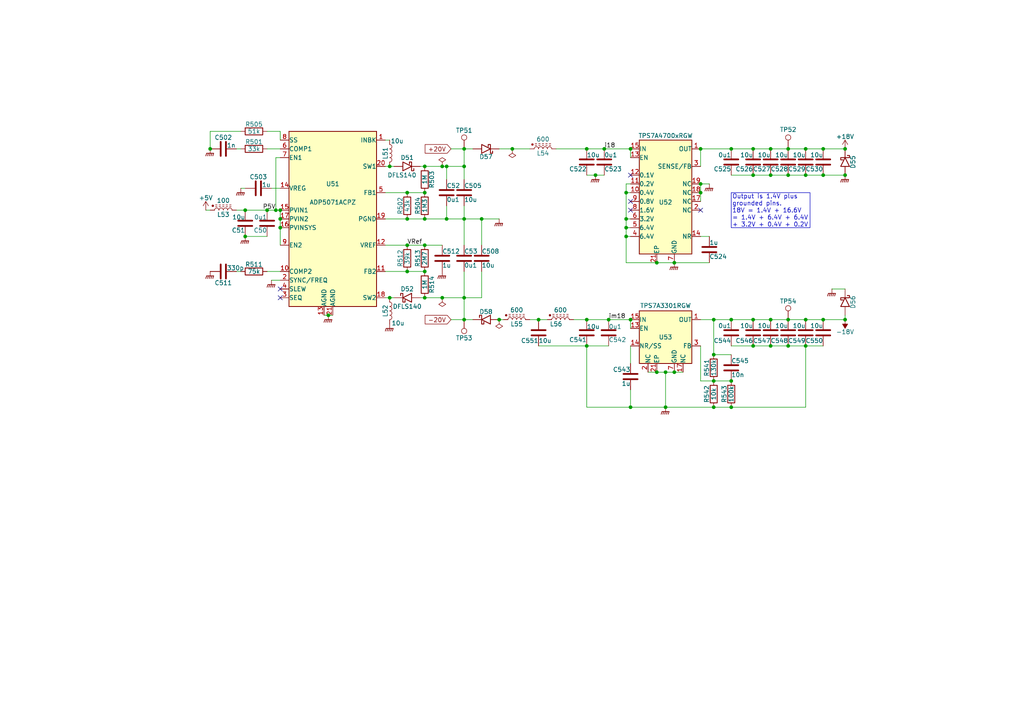
<source format=kicad_sch>
(kicad_sch (version 20250114) (generator "eeschema") (generator_version "9.0")
  (paper "A4")
  (lib_symbols
    (symbol "Connector:TestPoint" (pin_numbers (hide yes)) (pin_names (offset 0.762) (hide yes))
      (property "Reference" "TP" (at 0 6.858 0))
      (property "Value" "TestPoint" (at 0 5.08 0))
      (symbol "TestPoint_0_1"
        (circle (center 0 3.302) (radius 0.762))
      )
      (symbol "TestPoint_1_1"
        (pin passive line (at 0 0 90) (length 2.54) (name "1") (number "1"))
      )
    )
    (symbol "Device:C" (pin_numbers (hide yes)) (pin_names (offset 0.254))
      (property "Reference" "C" (at 0.635 2.54 0))
      (property "Value" "C" (at 0.635 -2.54 0))
      (symbol "C_0_1"
        (polyline (pts (xy -2.032 0.762) (xy 2.032 0.762)) (stroke (width 0.508)))
        (polyline (pts (xy -2.032 -0.762) (xy 2.032 -0.762)) (stroke (width 0.508)))
      )
      (symbol "C_1_1"
        (pin passive line (at 0 3.81 270) (length 2.794) (name "~") (number "1"))
        (pin passive line (at 0 -3.81 90) (length 2.794) (name "~") (number "2"))
      )
    )
    (symbol "Device:L" (pin_numbers (hide yes)) (pin_names (offset 1.016) (hide yes))
      (property "Reference" "L" (at -1.27 0 90))
      (property "Value" "L" (at 1.905 0 90))
      (symbol "L_0_1"
        (arc (start 0 2.54) (mid 0.6323 1.905) (end 0 1.27))
        (arc (start 0 1.27) (mid 0.6323 0.635) (end 0 0))
        (arc (start 0 0) (mid 0.6323 -0.635) (end 0 -1.27))
        (arc (start 0 -1.27) (mid 0.6323 -1.905) (end 0 -2.54))
      )
      (symbol "L_1_1"
        (pin passive line (at 0 3.81 270) (length 1.27) (name "1") (number "1"))
        (pin passive line (at 0 -3.81 90) (length 1.27) (name "2") (number "2"))
      )
    )
    (symbol "Device:R" (pin_numbers (hide yes)) (pin_names (offset 0))
      (property "Reference" "R" (at 2.032 0 90))
      (property "Value" "R" (at 0 0 90))
      (symbol "R_0_1"
        (rectangle (start -1.016 -2.54) (end 1.016 2.54) (stroke (width 0.254)))
      )
      (symbol "R_1_1"
        (pin passive line (at 0 3.81 270) (length 1.27) (name "~") (number "1"))
        (pin passive line (at 0 -3.81 90) (length 1.27) (name "~") (number "2"))
      )
    )
    (symbol "Parts:+18V" (power) (pin_numbers (hide yes)) (pin_names (offset 0) (hide yes))
      (property "Value" "+18V" (at 0 3.556 0))
      (symbol "+18V_0_1"
        (polyline (pts (xy -0.762 1.27) (xy 0 2.54)))
        (polyline (pts (xy 0 2.54) (xy 0.762 1.27)))
        (polyline (pts (xy 0 0) (xy 0 2.54)))
      )
      (symbol "+18V_1_1"
        (pin power_in line (at 0 0 90) (length 0) (name "~") (number "1"))
      )
    )
    (symbol "Parts:-18V" (power) (pin_numbers (hide yes)) (pin_names (offset 0) (hide yes))
      (property "Value" "-18V" (at 0 -3.556 0))
      (symbol "-18V_0_0"
        (pin power_in line (at 0 0 270) (length 0) (name "~") (number "1"))
      )
      (symbol "-18V_0_1"
        (polyline (pts (xy 0 0) (xy 0 -1.27) (xy -0.762 -1.27) (xy 0 -2.54) (xy 0.762 -1.27) (xy 0 -1.27)) (fill (type outline)))
      )
    )
    (symbol "Parts:1N5819WS" (pin_numbers (hide yes)) (pin_names (offset 1.016) (hide yes))
      (property "Reference" "D" (at 0 2.54 0))
      (property "Value" "1N5819WS" (at 0 -2.54 0))
      (symbol "1N5819WS_0_1"
        (polyline (pts (xy -1.905 0.635) (xy -1.905 1.27) (xy -1.27 1.27) (xy -1.27 -1.27) (xy -0.635 -1.27) (xy -0.635 -0.635)) (stroke (width 0.254)))
        (polyline (pts (xy 1.27 1.27) (xy 1.27 -1.27) (xy -1.27 0) (xy 1.27 1.27)) (stroke (width 0.254)))
      )
      (symbol "1N5819WS_1_1"
        (pin passive line (at -3.81 0 0) (length 2.54) (name "K") (number "1"))
        (pin passive line (at 3.81 0 180) (length 2.54) (name "A") (number "2"))
      )
    )
    (symbol "Parts:ADP5071ACPZ" (pin_names (offset 0.002))
      (property "Reference" "U" (at 0.254 11.176 0))
      (property "Value" "ADP5071ACPZ" (at 0 4.826 0))
      (symbol "ADP5071ACPZ_0_1"
        (rectangle (start -12.7 25.4) (end 12.7 -25.4) (stroke (width 0.254)) (fill (type background)))
      )
      (symbol "ADP5071ACPZ_1_1"
        (pin passive line (at -15.24 22.86 0) (length 2.54) (name "SS") (number "8"))
        (pin passive line (at -15.24 20.32 0) (length 2.54) (name "COMP1") (number "6"))
        (pin input line (at -15.24 17.78 0) (length 2.54) (name "EN1") (number "7"))
        (pin output line (at -15.24 8.89 0) (length 2.54) (name "VREG") (number "14"))
        (pin power_in line (at -15.24 2.54 0) (length 2.54) (name "PVIN1") (number "15"))
        (pin power_in line (at -15.24 0 0) (length 2.54) (name "PVIN2") (number "17"))
        (pin power_in line (at -15.24 -2.54 0) (length 2.54) (name "PVINSYS") (number "16"))
        (pin input line (at -15.24 -7.62 0) (length 2.54) (name "EN2") (number "9"))
        (pin passive line (at -15.24 -15.24 0) (length 2.54) (name "COMP2") (number "10"))
        (pin input line (at -15.24 -17.78 0) (length 2.54) (name "SYNC/FREQ") (number "2"))
        (pin input line (at -15.24 -20.32 0) (length 2.54) (name "SLEW") (number "4"))
        (pin input line (at -15.24 -22.86 0) (length 2.54) (name "SEQ") (number "3"))
        (pin power_in line (at -2.54 -27.94 90) (length 2.54) (name "AGND") (number "13"))
        (pin power_in line (at 0 -27.94 90) (length 2.54) (name "AGND") (number "21"))
        (pin power_out line (at 15.24 22.86 180) (length 2.54) (name "INBK") (number "1"))
        (pin power_out line (at 15.24 15.24 180) (length 2.54) (name "SW1") (number "20"))
        (pin input line (at 15.24 7.62 180) (length 2.54) (name "FB1") (number "5"))
        (pin power_in line (at 15.24 0 180) (length 2.54) (name "PGND") (number "19"))
        (pin output line (at 15.24 -7.62 180) (length 2.54) (name "VREF") (number "12"))
        (pin input line (at 15.24 -15.24 180) (length 2.54) (name "FB2") (number "11"))
        (pin power_out line (at 15.24 -22.86 180) (length 2.54) (name "SW2") (number "18"))
      )
    )
    (symbol "Parts:DFLS140" (pin_numbers (hide yes)) (pin_names (offset 1.016) (hide yes))
      (property "Reference" "D" (at 0 2.54 0))
      (property "Value" "DFLS140" (at 0 -2.54 0))
      (symbol "DFLS140_0_1"
        (polyline (pts (xy -1.905 0.635) (xy -1.905 1.27) (xy -1.27 1.27) (xy -1.27 -1.27) (xy -0.635 -1.27) (xy -0.635 -0.635)) (stroke (width 0.254)))
        (polyline (pts (xy 1.27 1.27) (xy 1.27 -1.27) (xy -1.27 0) (xy 1.27 1.27)) (stroke (width 0.254)))
      )
      (symbol "DFLS140_1_1"
        (pin passive line (at -3.81 0 0) (length 2.54) (name "K") (number "1"))
        (pin passive line (at 3.81 0 180) (length 2.54) (name "A") (number "2"))
      )
    )
    (symbol "Parts:L_Ferrite_Power" (pin_numbers (hide yes)) (pin_names (offset 1.016) (hide yes))
      (property "Reference" "L" (at -1.27 0 90))
      (property "Value" "L_Ferrite_Power" (at 2.794 0 90))
      (symbol "L_Ferrite_Power_0_1"
        (arc (start 0 2.54) (mid 0.6323 1.905) (end 0 1.27))
        (arc (start 0 1.27) (mid 0.6323 0.635) (end 0 0))
        (arc (start 0 0) (mid 0.6323 -0.635) (end 0 -1.27))
        (arc (start 0 -1.27) (mid 0.6323 -1.905) (end 0 -2.54))
        (polyline (pts (xy 1.016 1.778) (xy 1.016 2.286)))
        (polyline (pts (xy 1.016 0.762) (xy 1.016 1.27)))
        (polyline (pts (xy 1.016 -0.254) (xy 1.016 0.254)))
        (polyline (pts (xy 1.016 -1.27) (xy 1.016 -0.762)))
        (polyline (pts (xy 1.016 -2.286) (xy 1.016 -1.778)))
        (circle (center 1.27 3.048) (radius 0.254) (fill (type outline)))
        (polyline (pts (xy 1.524 2.286) (xy 1.524 1.778)))
        (polyline (pts (xy 1.524 1.27) (xy 1.524 0.762)))
        (polyline (pts (xy 1.524 0.254) (xy 1.524 -0.254)))
        (polyline (pts (xy 1.524 -0.762) (xy 1.524 -1.27)))
        (polyline (pts (xy 1.524 -1.778) (xy 1.524 -2.286)))
      )
      (symbol "L_Ferrite_Power_1_1"
        (pin power_in line (at 0 3.81 270) (length 1.27) (name "1") (number "1"))
        (pin power_out line (at 0 -3.81 90) (length 1.27) (name "2") (number "2"))
      )
    )
    (symbol "Parts:TPS7A3301RGW" (pin_names (offset 0.002))
      (property "Reference" "U" (at -6.35 8.89 0))
      (property "Value" "TPS7A3301RGW" (at 3.81 8.89 0))
      (symbol "TPS7A3301RGW_0_1"
        (rectangle (start -7.62 7.62) (end 7.62 -7.62) (stroke (width 0.254)) (fill (type background)))
      )
      (symbol "TPS7A3301RGW_1_1"
        (pin power_in line (at -10.16 5.08 0) (length 2.54) (name "IN") (number "15"))
        (pin passive line (at -10.16 5.08 0) (length 2.54) (hide yes) (name "IN") (number "16"))
        (pin input line (at -10.16 2.54 0) (length 2.54) (name "EN") (number "13"))
        (pin passive line (at -10.16 -2.54 0) (length 2.54) (name "NR/SS") (number "14"))
        (pin passive line (at -5.08 -10.16 90) (length 2.54) (hide yes) (name "NC") (number "10"))
        (pin passive line (at -5.08 -10.16 90) (length 2.54) (hide yes) (name "NC") (number "11"))
        (pin passive line (at -5.08 -10.16 90) (length 2.54) (hide yes) (name "NC") (number "12"))
        (pin passive line (at -5.08 -10.16 90) (length 2.54) (name "NC") (number "2"))
        (pin passive line (at -5.08 -10.16 90) (length 2.54) (hide yes) (name "NC") (number "4"))
        (pin passive line (at -5.08 -10.16 90) (length 2.54) (hide yes) (name "NC") (number "5"))
        (pin passive line (at -5.08 -10.16 90) (length 2.54) (hide yes) (name "NC") (number "6"))
        (pin passive line (at -5.08 -10.16 90) (length 2.54) (hide yes) (name "NC") (number "8"))
        (pin passive line (at -5.08 -10.16 90) (length 2.54) (hide yes) (name "NC") (number "9"))
        (pin power_in line (at -2.54 -10.16 90) (length 2.54) (name "EP") (number "21"))
        (pin power_in line (at 2.54 -10.16 90) (length 2.54) (name "GND") (number "7"))
        (pin passive line (at 5.08 -10.16 90) (length 2.54) (name "NC") (number "17"))
        (pin passive line (at 5.08 -10.16 90) (length 2.54) (hide yes) (name "NC") (number "18"))
        (pin passive line (at 5.08 -10.16 90) (length 2.54) (hide yes) (name "NC") (number "19"))
        (pin power_out line (at 10.16 5.08 180) (length 2.54) (name "OUT") (number "1"))
        (pin passive line (at 10.16 5.08 180) (length 2.54) (hide yes) (name "OUT") (number "20"))
        (pin input line (at 10.16 -2.54 180) (length 2.54) (name "FB") (number "3"))
      )
    )
    (symbol "Parts:TPS7A4700xRGW" (pin_names (offset 0.002))
      (property "Reference" "U" (at -6.35 19.05 0))
      (property "Value" "TPS7A4700xRGW" (at 3.81 19.05 0))
      (symbol "TPS7A4700xRGW_0_1"
        (rectangle (start -7.62 17.78) (end 7.62 -15.24) (stroke (width 0.254)) (fill (type background)))
      )
      (symbol "TPS7A4700xRGW_1_1"
        (pin power_in line (at -10.16 15.24 0) (length 2.54) (name "IN") (number "15"))
        (pin passive line (at -10.16 15.24 0) (length 2.54) (hide yes) (name "IN") (number "16"))
        (pin input line (at -10.16 12.7 0) (length 2.54) (name "EN") (number "13"))
        (pin input line (at -10.16 7.62 0) (length 2.54) (name "0.1V") (number "12"))
        (pin input line (at -10.16 5.08 0) (length 2.54) (name "0.2V") (number "11"))
        (pin input line (at -10.16 2.54 0) (length 2.54) (name "0.4V") (number "10"))
        (pin input line (at -10.16 0 0) (length 2.54) (name "0.8V") (number "9"))
        (pin input line (at -10.16 -2.54 0) (length 2.54) (name "1.6V") (number "8"))
        (pin input line (at -10.16 -5.08 0) (length 2.54) (name "3.2V") (number "6"))
        (pin input line (at -10.16 -7.62 0) (length 2.54) (name "6.4V") (number "5"))
        (pin input line (at -10.16 -10.16 0) (length 2.54) (name "6.4V") (number "4"))
        (pin passive line (at -2.54 -17.78 90) (length 2.54) (name "EP") (number "21"))
        (pin power_in line (at 2.54 -17.78 90) (length 2.54) (name "GND") (number "7"))
        (pin power_out line (at 10.16 15.24 180) (length 2.54) (name "OUT") (number "1"))
        (pin power_out line (at 10.16 15.24 180) (length 2.54) (hide yes) (name "OUT") (number "20"))
        (pin input line (at 10.16 10.16 180) (length 2.54) (name "SENSE/FB") (number "3"))
        (pin passive line (at 10.16 5.08 180) (length 2.54) (name "NC") (number "19"))
        (pin passive line (at 10.16 2.54 180) (length 2.54) (name "NC") (number "18"))
        (pin passive line (at 10.16 0 180) (length 2.54) (name "NC") (number "17"))
        (pin passive line (at 10.16 -2.54 180) (length 2.54) (name "NC") (number "2"))
        (pin passive line (at 10.16 -10.16 180) (length 2.54) (name "NR") (number "14"))
      )
    )
    (symbol "power:+5V" (power) (pin_numbers (hide yes)) (pin_names (offset 0) (hide yes))
      (property "Value" "+5V" (at 0 3.556 0))
      (symbol "+5V_0_1"
        (polyline (pts (xy -0.762 1.27) (xy 0 2.54)))
        (polyline (pts (xy 0 2.54) (xy 0.762 1.27)))
        (polyline (pts (xy 0 0) (xy 0 2.54)))
      )
      (symbol "+5V_1_1"
        (pin power_in line (at 0 0 90) (length 0) (name "~") (number "1"))
      )
    )
    (symbol "power:GNDPWR" (power) (pin_numbers (hide yes)) (pin_names (offset 0) (hide yes))
      (property "Value" "GNDPWR" (at 0 -3.302 0))
      (symbol "GNDPWR_0_1"
        (polyline (pts (xy -1.016 -1.27) (xy -1.27 -2.032) (xy -1.27 -2.032)) (stroke (width 0.2032)))
        (polyline (pts (xy -0.508 -1.27) (xy -0.762 -2.032) (xy -0.762 -2.032)) (stroke (width 0.2032)))
        (polyline (pts (xy 0 -1.27) (xy 0 0)))
        (polyline (pts (xy 0 -1.27) (xy -0.254 -2.032) (xy -0.254 -2.032)) (stroke (width 0.2032)))
        (polyline (pts (xy 0.508 -1.27) (xy 0.254 -2.032) (xy 0.254 -2.032)) (stroke (width 0.2032)))
        (polyline (pts (xy 1.016 -1.27) (xy -1.016 -1.27) (xy -1.016 -1.27)) (stroke (width 0.2032)))
        (polyline (pts (xy 1.016 -1.27) (xy 0.762 -2.032) (xy 0.762 -2.032) (xy 0.762 -2.032)) (stroke (width 0.2032)))
      )
      (symbol "GNDPWR_1_1"
        (pin power_in line (at 0 0 270) (length 0) (name "~") (number "1"))
      )
    )
    (symbol "power:PWR_FLAG" (power) (pin_numbers (hide yes)) (pin_names (offset 0) (hide yes))
      (property "Value" "PWR_FLAG" (at 0 3.81 0))
      (symbol "PWR_FLAG_0_0"
        (pin power_out line (at 0 0 90) (length 0) (name "~") (number "1"))
      )
      (symbol "PWR_FLAG_0_1"
        (polyline (pts (xy 0 0) (xy 0 1.27) (xy -1.016 1.905) (xy 0 2.54) (xy 1.016 1.905) (xy 0 1.27)))
      )
    )
  )
  (text_box "Output is 1.4V plus grounded pins.\n18V = 1.4V + 16.6V = 1.4V + 6.4V + 6.4V + 3.2V + 0.4V + 0.2V" (at 212.09 55.88 0) (size 22.86 10.16) (margins 0.254 0.254 0.254 0.254) (effects (font (size 1.27 1.27)) (justify left)))
  (junction (at 60.96 43.18))
  (junction (at 181.61 55.88))
  (junction (at 118.11 55.88))
  (junction (at 81.28 66.04))
  (junction (at 134.62 86.36))
  (junction (at 77.47 60.96))
  (junction (at 156.21 92.71))
  (junction (at 218.44 92.71))
  (junction (at 123.19 48.26))
  (junction (at 118.11 63.5))
  (junction (at 228.6 50.8))
  (junction (at 233.68 50.8))
  (junction (at 182.88 118.11))
  (junction (at 212.09 110.49))
  (junction (at 212.09 92.71))
  (junction (at 218.44 100.33))
  (junction (at 203.2 43.18))
  (junction (at 193.04 107.95))
  (junction (at 123.19 71.12))
  (junction (at 170.18 100.33))
  (junction (at 134.62 43.18))
  (junction (at 218.44 43.18))
  (junction (at 81.28 63.5))
  (junction (at 81.28 60.96))
  (junction (at 223.52 100.33))
  (junction (at 134.62 92.71))
  (junction (at 181.61 63.5))
  (junction (at 223.52 92.71))
  (junction (at 144.78 92.71))
  (junction (at 245.11 50.8))
  (junction (at 207.01 102.87))
  (junction (at 123.19 55.88))
  (junction (at 118.11 71.12))
  (junction (at 139.7 63.5))
  (junction (at 123.19 86.36))
  (junction (at 190.5 76.2))
  (junction (at 233.68 43.18))
  (junction (at 181.61 66.04))
  (junction (at 182.88 43.18))
  (junction (at 223.52 50.8))
  (junction (at 233.68 100.33))
  (junction (at 118.11 78.74))
  (junction (at 203.2 55.88))
  (junction (at 80.01 60.96))
  (junction (at 193.04 118.11))
  (junction (at 233.68 92.71))
  (junction (at 134.62 63.5))
  (junction (at 207.01 118.11))
  (junction (at 238.76 43.18))
  (junction (at 175.26 43.18))
  (junction (at 71.12 60.96))
  (junction (at 113.03 86.36))
  (junction (at 113.03 48.26))
  (junction (at 129.54 63.5))
  (junction (at 181.61 68.58))
  (junction (at 218.44 50.8))
  (junction (at 212.09 43.18))
  (junction (at 245.11 92.71))
  (junction (at 128.27 86.36))
  (junction (at 71.12 68.58))
  (junction (at 207.01 92.71))
  (junction (at 148.59 43.18))
  (junction (at 238.76 92.71))
  (junction (at 134.62 48.26))
  (junction (at 228.6 92.71))
  (junction (at 195.58 107.95))
  (junction (at 238.76 50.8))
  (junction (at 207.01 110.49))
  (junction (at 203.2 53.34))
  (junction (at 228.6 43.18))
  (junction (at 223.52 43.18))
  (junction (at 123.19 63.5))
  (junction (at 170.18 92.71))
  (junction (at 182.88 92.71))
  (junction (at 172.72 50.8))
  (junction (at 129.54 48.26))
  (junction (at 128.27 48.26))
  (junction (at 190.5 107.95))
  (junction (at 228.6 100.33))
  (junction (at 176.53 92.71))
  (junction (at 212.09 118.11))
  (junction (at 195.58 76.2))
  (junction (at 123.19 78.74))
  (junction (at 95.25 91.44))
  (junction (at 245.11 43.18))
  (junction (at 170.18 43.18))
  (no_connect (at 182.88 50.8))
  (no_connect (at 203.2 60.96))
  (no_connect (at 81.28 86.36))
  (no_connect (at 81.28 83.82))
  (no_connect (at 182.88 60.96))
  (no_connect (at 182.88 58.42))
  (wire (pts (xy 228.6 50.8) (xy 223.52 50.8)))
  (wire (pts (xy 139.7 78.74) (xy 139.7 86.36)))
  (wire (pts (xy 238.76 43.18) (xy 245.11 43.18)))
  (wire (pts (xy 134.62 63.5) (xy 134.62 71.12)))
  (wire (pts (xy 207.01 118.11) (xy 212.09 118.11)))
  (wire (pts (xy 238.76 92.71) (xy 245.11 92.71)))
  (wire (pts (xy 233.68 100.33) (xy 238.76 100.33)))
  (wire (pts (xy 59.69 60.96) (xy 60.96 60.96)))
  (wire (pts (xy 207.01 92.71) (xy 212.09 92.71)))
  (wire (pts (xy 181.61 55.88) (xy 181.61 63.5)))
  (wire (pts (xy 233.68 43.18) (xy 228.6 43.18)))
  (wire (pts (xy 129.54 48.26) (xy 134.62 48.26)))
  (wire (pts (xy 170.18 118.11) (xy 182.88 118.11)))
  (wire (pts (xy 212.09 100.33) (xy 218.44 100.33)))
  (wire (pts (xy 77.47 43.18) (xy 81.28 43.18)))
  (wire (pts (xy 129.54 48.26) (xy 129.54 52.07)))
  (wire (pts (xy 166.37 92.71) (xy 170.18 92.71)))
  (wire (pts (xy 218.44 92.71) (xy 223.52 92.71)))
  (wire (pts (xy 134.62 78.74) (xy 134.62 86.36)))
  (wire (pts (xy 181.61 53.34) (xy 181.61 55.88)))
  (wire (pts (xy 69.85 43.18) (xy 68.58 43.18)))
  (wire (pts (xy 212.09 118.11) (xy 233.68 118.11)))
  (wire (pts (xy 153.67 92.71) (xy 156.21 92.71)))
  (wire (pts (xy 93.98 91.44) (xy 95.25 91.44)))
  (wire (pts (xy 111.76 78.74) (xy 118.11 78.74)))
  (wire (pts (xy 130.81 92.71) (xy 134.62 92.71)))
  (wire (pts (xy 134.62 92.71) (xy 134.62 86.36)))
  (wire (pts (xy 129.54 59.69) (xy 129.54 63.5)))
  (wire (pts (xy 190.5 76.2) (xy 195.58 76.2)))
  (wire (pts (xy 123.19 63.5) (xy 118.11 63.5)))
  (wire (pts (xy 60.96 38.1) (xy 69.85 38.1)))
  (wire (pts (xy 81.28 45.72) (xy 80.01 45.72)))
  (wire (pts (xy 134.62 59.69) (xy 134.62 63.5)))
  (wire (pts (xy 195.58 107.95) (xy 198.12 107.95)))
  (wire (pts (xy 203.2 110.49) (xy 207.01 110.49)))
  (wire (pts (xy 71.12 68.58) (xy 77.47 68.58)))
  (wire (pts (xy 207.01 110.49) (xy 212.09 110.49)))
  (wire (pts (xy 203.2 43.18) (xy 212.09 43.18)))
  (wire (pts (xy 181.61 63.5) (xy 182.88 63.5)))
  (wire (pts (xy 176.53 92.71) (xy 182.88 92.71)))
  (wire (pts (xy 78.74 54.61) (xy 81.28 54.61)))
  (wire (pts (xy 68.58 78.74) (xy 69.85 78.74)))
  (wire (pts (xy 118.11 78.74) (xy 123.19 78.74)))
  (wire (pts (xy 233.68 50.8) (xy 228.6 50.8)))
  (wire (pts (xy 181.61 55.88) (xy 182.88 55.88)))
  (wire (pts (xy 134.62 63.5) (xy 139.7 63.5)))
  (wire (pts (xy 68.58 60.96) (xy 71.12 60.96)))
  (wire (pts (xy 175.26 43.18) (xy 182.88 43.18)))
  (wire (pts (xy 78.74 81.28) (xy 81.28 81.28)))
  (wire (pts (xy 123.19 86.36) (xy 128.27 86.36)))
  (wire (pts (xy 161.29 43.18) (xy 170.18 43.18)))
  (wire (pts (xy 134.62 52.07) (xy 134.62 48.26)))
  (wire (pts (xy 181.61 68.58) (xy 181.61 76.2)))
  (wire (pts (xy 212.09 43.18) (xy 218.44 43.18)))
  (wire (pts (xy 134.62 43.18) (xy 134.62 48.26)))
  (wire (pts (xy 181.61 68.58) (xy 182.88 68.58)))
  (wire (pts (xy 111.76 48.26) (xy 113.03 48.26)))
  (wire (pts (xy 181.61 53.34) (xy 182.88 53.34)))
  (wire (pts (xy 77.47 78.74) (xy 81.28 78.74)))
  (wire (pts (xy 238.76 43.18) (xy 233.68 43.18)))
  (wire (pts (xy 111.76 71.12) (xy 118.11 71.12)))
  (wire (pts (xy 203.2 68.58) (xy 205.74 68.58)))
  (wire (pts (xy 123.19 71.12) (xy 128.27 71.12)))
  (wire (pts (xy 95.25 91.44) (xy 96.52 91.44)))
  (wire (pts (xy 71.12 54.61) (xy 69.85 54.61)))
  (wire (pts (xy 223.52 92.71) (xy 228.6 92.71)))
  (wire (pts (xy 81.28 40.64) (xy 81.28 38.1)))
  (wire (pts (xy 80.01 60.96) (xy 81.28 60.96)))
  (wire (pts (xy 156.21 100.33) (xy 170.18 100.33)))
  (wire (pts (xy 241.3 83.82) (xy 245.11 83.82)))
  (wire (pts (xy 193.04 107.95) (xy 195.58 107.95)))
  (wire (pts (xy 156.21 92.71) (xy 158.75 92.71)))
  (wire (pts (xy 207.01 102.87) (xy 212.09 102.87)))
  (wire (pts (xy 113.03 86.36) (xy 114.3 86.36)))
  (wire (pts (xy 81.28 66.04) (xy 81.28 71.12)))
  (wire (pts (xy 195.58 76.2) (xy 205.74 76.2)))
  (wire (pts (xy 170.18 100.33) (xy 176.53 100.33)))
  (wire (pts (xy 245.11 91.44) (xy 245.11 92.71)))
  (wire (pts (xy 81.28 38.1) (xy 77.47 38.1)))
  (wire (pts (xy 203.2 43.18) (xy 203.2 48.26)))
  (wire (pts (xy 170.18 92.71) (xy 176.53 92.71)))
  (wire (pts (xy 128.27 48.26) (xy 129.54 48.26)))
  (wire (pts (xy 170.18 100.33) (xy 170.18 118.11)))
  (wire (pts (xy 130.81 43.18) (xy 134.62 43.18)))
  (wire (pts (xy 238.76 50.8) (xy 233.68 50.8)))
  (wire (pts (xy 144.78 43.18) (xy 148.59 43.18)))
  (wire (pts (xy 71.12 60.96) (xy 77.47 60.96)))
  (wire (pts (xy 111.76 55.88) (xy 118.11 55.88)))
  (wire (pts (xy 203.2 55.88) (xy 203.2 58.42)))
  (wire (pts (xy 170.18 43.18) (xy 175.26 43.18)))
  (wire (pts (xy 223.52 100.33) (xy 228.6 100.33)))
  (wire (pts (xy 134.62 63.5) (xy 129.54 63.5)))
  (wire (pts (xy 118.11 55.88) (xy 123.19 55.88)))
  (wire (pts (xy 207.01 92.71) (xy 207.01 102.87)))
  (wire (pts (xy 111.76 63.5) (xy 118.11 63.5)))
  (wire (pts (xy 218.44 100.33) (xy 223.52 100.33)))
  (wire (pts (xy 134.62 92.71) (xy 137.16 92.71)))
  (wire (pts (xy 181.61 66.04) (xy 182.88 66.04)))
  (wire (pts (xy 233.68 92.71) (xy 238.76 92.71)))
  (wire (pts (xy 77.47 60.96) (xy 80.01 60.96)))
  (wire (pts (xy 144.78 63.5) (xy 139.7 63.5)))
  (wire (pts (xy 81.28 60.96) (xy 81.28 63.5)))
  (wire (pts (xy 118.11 71.12) (xy 123.19 71.12)))
  (wire (pts (xy 121.92 86.36) (xy 123.19 86.36)))
  (wire (pts (xy 181.61 63.5) (xy 181.61 66.04)))
  (wire (pts (xy 223.52 43.18) (xy 218.44 43.18)))
  (wire (pts (xy 181.61 76.2) (xy 190.5 76.2)))
  (wire (pts (xy 80.01 45.72) (xy 80.01 60.96)))
  (wire (pts (xy 203.2 92.71) (xy 207.01 92.71)))
  (wire (pts (xy 205.74 53.34) (xy 203.2 53.34)))
  (wire (pts (xy 148.59 43.18) (xy 153.67 43.18)))
  (wire (pts (xy 144.78 92.71) (xy 146.05 92.71)))
  (wire (pts (xy 193.04 118.11) (xy 207.01 118.11)))
  (wire (pts (xy 172.72 50.8) (xy 175.26 50.8)))
  (wire (pts (xy 81.28 63.5) (xy 81.28 66.04)))
  (wire (pts (xy 182.88 113.03) (xy 182.88 118.11)))
  (wire (pts (xy 228.6 92.71) (xy 233.68 92.71)))
  (wire (pts (xy 121.92 48.26) (xy 123.19 48.26)))
  (wire (pts (xy 181.61 66.04) (xy 181.61 68.58)))
  (wire (pts (xy 128.27 86.36) (xy 134.62 86.36)))
  (wire (pts (xy 134.62 86.36) (xy 139.7 86.36)))
  (wire (pts (xy 111.76 86.36) (xy 113.03 86.36)))
  (wire (pts (xy 187.96 107.95) (xy 190.5 107.95)))
  (wire (pts (xy 203.2 100.33) (xy 203.2 110.49)))
  (wire (pts (xy 60.96 38.1) (xy 60.96 43.18)))
  (wire (pts (xy 223.52 50.8) (xy 218.44 50.8)))
  (wire (pts (xy 129.54 63.5) (xy 123.19 63.5)))
  (wire (pts (xy 212.09 50.8) (xy 218.44 50.8)))
  (wire (pts (xy 134.62 43.18) (xy 137.16 43.18)))
  (wire (pts (xy 123.19 48.26) (xy 128.27 48.26)))
  (wire (pts (xy 193.04 107.95) (xy 193.04 118.11)))
  (wire (pts (xy 228.6 100.33) (xy 233.68 100.33)))
  (wire (pts (xy 139.7 63.5) (xy 139.7 71.12)))
  (wire (pts (xy 233.68 100.33) (xy 233.68 118.11)))
  (wire (pts (xy 182.88 118.11) (xy 193.04 118.11)))
  (wire (pts (xy 182.88 92.71) (xy 182.88 95.25)))
  (wire (pts (xy 212.09 92.71) (xy 218.44 92.71)))
  (wire (pts (xy 245.11 50.8) (xy 238.76 50.8)))
  (wire (pts (xy 228.6 43.18) (xy 223.52 43.18)))
  (wire (pts (xy 182.88 43.18) (xy 182.88 45.72)))
  (wire (pts (xy 203.2 53.34) (xy 203.2 55.88)))
  (wire (pts (xy 111.76 40.64) (xy 113.03 40.64)))
  (wire (pts (xy 170.18 50.8) (xy 172.72 50.8)))
  (wire (pts (xy 182.88 105.41) (xy 182.88 100.33)))
  (wire (pts (xy 113.03 48.26) (xy 114.3 48.26)))
  (wire (pts (xy 190.5 107.95) (xy 193.04 107.95)))
  (label "VRef" (at 118.11 71.12 0))
  (label "P5V" (at 76.2 60.96 0))
  (label "i18" (at 175.26 43.18 0))
  (label "im18" (at 176.53 92.71 0))
  (global_label "-20V" (shape input) (at 130.81 92.71 180) (property "Intersheetrefs" "${INTERSHEET_REFS}" (at 124.2688 92.71 0) (effects (justify right))))
  (global_label "+20V" (shape input) (at 130.81 43.18 180) (property "Intersheetrefs" "${INTERSHEET_REFS}" (at 124.2688 43.18 0) (effects (justify right))))
  (symbol (lib_id "power:GNDPWR") (at 60.96 78.74 0) (unit 1)
    (property "Reference" "#PWR0133" (effects (hide yes)))
    (property "Value" "GNDPWR" (effects (hide yes)))
    (property "Description" "Power symbol creates a global label with name \"GNDPWR\" , global ground" (effects (hide yes)))
  )
  (symbol (lib_id "Parts:L_Ferrite_Power") (at 157.48 43.18 90) (unit 1)
    (property "Reference" "L54" (at 157.48 44.45 90))
    (property "Value" "600" (at 157.48 40.386 90))
    (property "Footprint" "Inductor_SMD:L_0603_1608Metric" (effects (hide yes)))
    (property "Datasheet" "200mA / 450mΩ" (effects (hide yes)))
    (property "Description" "Inductor with ferrite core" (effects (hide yes)))
    (property "LCSC" "C1002" (effects (hide yes)))
  )
  (symbol (lib_id "Connector:TestPoint") (at 134.62 92.71 180) (unit 1) (in_bom no)
    (property "Reference" "TP53" (at 134.62 98.044 0))
    (property "Value" "TestPoint" (effects (hide yes)))
    (property "Footprint" "Parts:TestPoint" (effects (hide yes)))
    (property "Description" "test point" (effects (hide yes)))
    (property "Stock" "-" (effects (hide yes)))
  )
  (symbol (lib_id "Device:R") (at 118.11 59.69 0) (unit 1)
    (property "Reference" "R502" (at 116.078 59.69 90))
    (property "Value" "43k" (at 118.11 59.69 90))
    (property "Footprint" "Resistor_SMD:R_0603_1608Metric" (effects (hide yes)))
    (property "Description" "Resistor" (effects (hide yes)))
    (property "LCSC" "C23172" (effects (hide yes)))
  )
  (symbol (lib_id "Device:R") (at 123.19 52.07 0) (unit 1)
    (property "Reference" "R503" (at 125.222 52.07 90))
    (property "Value" "1M" (at 123.19 52.07 90))
    (property "Footprint" "Resistor_SMD:R_0603_1608Metric" (effects (hide yes)))
    (property "Description" "Resistor" (effects (hide yes)))
    (property "LCSC" "C22935" (effects (hide yes)))
  )
  (symbol (lib_id "Device:C") (at 64.77 78.74 90) (unit 1)
    (property "Reference" "C511" (at 64.77 82.042 90))
    (property "Value" "330p" (at 65.786 77.724 90) (effects (justify right)))
    (property "Footprint" "Capacitor_SMD:C_0603_1608Metric" (effects (hide yes)))
    (property "Datasheet" "C0G, 50V" (effects (hide yes)))
    (property "Description" "Unpolarized capacitor" (effects (hide yes)))
    (property "LCSC" "C1664" (effects (hide yes)))
  )
  (symbol (lib_id "power:GNDPWR") (at 193.04 118.11 0) (unit 1)
    (property "Reference" "#PWR0121" (effects (hide yes)))
    (property "Value" "GNDPWR" (effects (hide yes)))
    (property "Description" "Power symbol creates a global label with name \"GNDPWR\" , global ground" (effects (hide yes)))
  )
  (symbol (lib_id "Device:R") (at 118.11 74.93 0) (unit 1)
    (property "Reference" "R512" (at 116.078 74.93 90))
    (property "Value" "39k" (at 118.11 74.93 90))
    (property "Footprint" "Resistor_SMD:R_0603_1608Metric" (effects (hide yes)))
    (property "Description" "Resistor" (effects (hide yes)))
    (property "LCSC" "C23153" (effects (hide yes)))
  )
  (symbol (lib_id "power:GNDPWR") (at 95.25 91.44 0) (unit 1)
    (property "Reference" "#PWR0363" (effects (hide yes)))
    (property "Value" "GNDPWR" (effects (hide yes)))
    (property "Description" "Power symbol creates a global label with name \"GNDPWR\" , global ground" (effects (hide yes)))
  )
  (symbol (lib_id "Device:C") (at 134.62 55.88 0) (unit 1)
    (property "Reference" "C505" (at 134.62 53.848 0) (effects (justify left)))
    (property "Value" "10u" (at 134.62 57.912 0) (effects (justify left)))
    (property "Footprint" "Capacitor_SMD:C_0805_2012Metric" (effects (hide yes)))
    (property "Datasheet" "50V" (effects (hide yes)))
    (property "Description" "Unpolarized capacitor" (effects (hide yes)))
    (property "LCSC" "C440198" (effects (hide yes)))
  )
  (symbol (lib_id "Device:C") (at 156.21 96.52 0) (unit 1)
    (property "Reference" "C551" (at 156.21 98.806 0) (effects (justify right)))
    (property "Value" "10u" (at 156.21 98.806 0) (effects (justify left)))
    (property "Footprint" "Capacitor_SMD:C_0805_2012Metric" (effects (hide yes)))
    (property "Datasheet" "50V" (effects (hide yes)))
    (property "Description" "Unpolarized capacitor" (effects (hide yes)))
    (property "LCSC" "C440198" (effects (hide yes)))
  )
  (symbol (lib_id "Parts:ADP5071ACPZ") (at 96.52 63.5 0) (unit 1)
    (property "Reference" "U51" (at 96.52 53.34 0))
    (property "Value" "ADP5071ACPZ" (at 96.52 58.674 0))
    (property "Footprint" "Package_CSP:LFCSP-20-1EP_4x4mm_P0.5mm_EP2.6x2.6mm" (effects (hide yes)))
    (property "Datasheet" "https://www.analog.com/media/en/technical-documentation/data-sheets/ADP5071.pdf" (effects (hide yes)))
    (property "Description" "2A/1.2A DC-to-DC Switching Regulator with Independent Positive and Negative Outputs" (effects (hide yes)))
    (property "LCSC" "C481889" (effects (hide yes)))
  )
  (symbol (lib_id "Parts:DFLS140") (at 118.11 86.36 0) (unit 1) (in_bom no)
    (property "Reference" "D52" (at 118.11 83.82 0))
    (property "Value" "DFLS140" (at 118.11 88.9 0))
    (property "Footprint" "Diode_SMD:D_PowerDI-123" (effects (hide yes)))
    (property "Datasheet" "https://www.vishay.com/docs/88751/ss32.pdf" (effects (hide yes)))
    (property "Description" "40V 3A Schottky Diode, SMA" (effects (hide yes)))
    (property "Stock" "10" (effects (hide yes)))
  )
  (symbol (lib_id "power:GNDPWR") (at 241.3 83.82 0) (unit 1)
    (property "Reference" "#PWR0550" (effects (hide yes)))
    (property "Value" "GNDPWR" (effects (hide yes)))
    (property "Description" "Power symbol creates a global label with name \"GNDPWR\" , global ground" (effects (hide yes)))
  )
  (symbol (lib_id "Device:C") (at 129.54 55.88 0) (unit 1)
    (property "Reference" "C52" (at 129.54 53.848 0) (effects (justify left)))
    (property "Value" "0u1" (at 129.54 57.912 0) (effects (justify left)))
    (property "Footprint" "Capacitor_SMD:C_0402_1005Metric" (effects (hide yes)))
    (property "Datasheet" "X7R, 50V" (effects (hide yes)))
    (property "Description" "Unpolarized capacitor" (effects (hide yes)))
    (property "LCSC" "C307331" (effects (hide yes)))
  )
  (symbol (lib_id "Device:R") (at 207.01 114.3 0) (unit 1)
    (property "Reference" "R542" (at 204.978 114.2999 90))
    (property "Value" "10k" (at 207.01 114.2999 90))
    (property "Footprint" "Resistor_SMD:R_0402_1005Metric" (effects (hide yes)))
    (property "Description" "Resistor" (effects (hide yes)))
    (property "LCSC" "C25744" (effects (hide yes)))
  )
  (symbol (lib_id "Connector:TestPoint") (at 228.6 92.71 0) (unit 1) (in_bom no)
    (property "Reference" "TP54" (at 228.6 87.376 0))
    (property "Value" "TestPoint" (effects (hide yes)))
    (property "Footprint" "Parts:TestPoint" (effects (hide yes)))
    (property "Description" "test point" (effects (hide yes)))
    (property "Stock" "-" (effects (hide yes)))
  )
  (symbol (lib_id "Device:C") (at 233.68 96.52 0) (unit 1)
    (property "Reference" "C549" (at 233.68 98.806 0) (effects (justify right)))
    (property "Value" "10u" (at 233.68 94.488 0) (effects (justify right)))
    (property "Footprint" "Capacitor_SMD:C_0805_2012Metric" (effects (hide yes)))
    (property "Datasheet" "50V" (effects (hide yes)))
    (property "Description" "Unpolarized capacitor" (effects (hide yes)))
    (property "LCSC" "C440198" (effects (hide yes)))
  )
  (symbol (lib_id "Parts:L_Ferrite_Power") (at 64.77 60.96 90) (unit 1)
    (property "Reference" "L53" (at 64.77 62.23 90))
    (property "Value" "100" (at 64.77 58.166 90))
    (property "Footprint" "Inductor_SMD:L_0603_1608Metric" (effects (hide yes)))
    (property "Datasheet" "2A / 50mΩ" (effects (hide yes)))
    (property "Description" "Inductor with ferrite core" (effects (hide yes)))
    (property "LCSC" "C14709" (effects (hide yes)))
  )
  (symbol (lib_id "Connector:TestPoint") (at 228.6 43.18 0) (unit 1) (in_bom no)
    (property "Reference" "TP52" (at 228.6 37.592 0))
    (property "Value" "TestPoint" (effects (hide yes)))
    (property "Footprint" "Parts:TestPoint" (effects (hide yes)))
    (property "Description" "test point" (effects (hide yes)))
    (property "Stock" "-" (effects (hide yes)))
  )
  (symbol (lib_id "power:GNDPWR") (at 172.72 50.8 0) (unit 1)
    (property "Reference" "#PWR0156" (effects (hide yes)))
    (property "Value" "GNDPWR" (effects (hide yes)))
    (property "Description" "Power symbol creates a global label with name \"GNDPWR\" , global ground" (effects (hide yes)))
  )
  (symbol (lib_id "Device:C") (at 238.76 46.99 180) (unit 1)
    (property "Reference" "C530" (at 238.76 49.022 0) (effects (justify left)))
    (property "Value" "10u" (at 238.76 44.958 0) (effects (justify left)))
    (property "Footprint" "Capacitor_SMD:C_0805_2012Metric" (effects (hide yes)))
    (property "Datasheet" "50V" (effects (hide yes)))
    (property "Description" "Unpolarized capacitor" (effects (hide yes)))
    (property "LCSC" "C440198" (effects (hide yes)))
  )
  (symbol (lib_id "Parts:L_Ferrite_Power") (at 162.56 92.71 90) (unit 1)
    (property "Reference" "L56" (at 161.29 93.98 90))
    (property "Value" "600" (at 162.56 89.916 90))
    (property "Footprint" "Inductor_SMD:L_0603_1608Metric" (effects (hide yes)))
    (property "Datasheet" "200mA / 450mΩ" (effects (hide yes)))
    (property "Description" "Inductor with ferrite core" (effects (hide yes)))
    (property "LCSC" "C1002" (effects (hide yes)))
  )
  (symbol (lib_id "Device:R") (at 123.19 82.55 0) (unit 1)
    (property "Reference" "R514" (at 125.222 82.55 90))
    (property "Value" "1M" (at 123.19 82.55 90))
    (property "Footprint" "Resistor_SMD:R_0603_1608Metric" (effects (hide yes)))
    (property "Description" "Resistor" (effects (hide yes)))
    (property "LCSC" "C22935" (effects (hide yes)))
  )
  (symbol (lib_id "power:GNDPWR") (at 113.03 93.98 0) (unit 1)
    (property "Reference" "#PWR0541" (effects (hide yes)))
    (property "Value" "GNDPWR" (effects (hide yes)))
    (property "Description" "Power symbol creates a global label with name \"GNDPWR\" , global ground" (effects (hide yes)))
  )
  (symbol (lib_id "Device:C") (at 233.68 46.99 180) (unit 1)
    (property "Reference" "C529" (at 233.68 49.022 0) (effects (justify left)))
    (property "Value" "10u" (at 233.68 44.958 0) (effects (justify left)))
    (property "Footprint" "Capacitor_SMD:C_0805_2012Metric" (effects (hide yes)))
    (property "Datasheet" "50V" (effects (hide yes)))
    (property "Description" "Unpolarized capacitor" (effects (hide yes)))
    (property "LCSC" "C440198" (effects (hide yes)))
  )
  (symbol (lib_id "Device:C") (at 139.7 74.93 0) (unit 1)
    (property "Reference" "C508" (at 139.7 72.898 0) (effects (justify left)))
    (property "Value" "10u" (at 139.7 76.962 0) (effects (justify left)))
    (property "Footprint" "Capacitor_SMD:C_0805_2012Metric" (effects (hide yes)))
    (property "Datasheet" "50V" (effects (hide yes)))
    (property "Description" "Unpolarized capacitor" (effects (hide yes)))
    (property "LCSC" "C440198" (effects (hide yes)))
  )
  (symbol (lib_id "Device:C") (at 176.53 96.52 0) (unit 1)
    (property "Reference" "C542" (at 176.53 98.552 0) (effects (justify left)))
    (property "Value" "0u1" (at 176.53 94.742 0) (effects (justify left)))
    (property "Footprint" "Capacitor_SMD:C_0402_1005Metric" (effects (hide yes)))
    (property "Datasheet" "X7R, 50V" (effects (hide yes)))
    (property "Description" "Unpolarized capacitor" (effects (hide yes)))
    (property "LCSC" "C307331" (effects (hide yes)))
  )
  (symbol (lib_id "Parts:L_Ferrite_Power") (at 149.86 92.71 90) (unit 1)
    (property "Reference" "L55" (at 149.86 93.98 90))
    (property "Value" "600" (at 149.86 89.916 90))
    (property "Footprint" "Inductor_SMD:L_0603_1608Metric" (effects (hide yes)))
    (property "Datasheet" "200mA / 450mΩ" (effects (hide yes)))
    (property "Description" "Inductor with ferrite core" (effects (hide yes)))
    (property "LCSC" "C1002" (effects (hide yes)))
  )
  (symbol (lib_id "Device:C") (at 64.77 43.18 90) (unit 1)
    (property "Reference" "C502" (at 64.77 39.878 90))
    (property "Value" "1n" (at 65.786 42.164 90) (effects (justify right)))
    (property "Footprint" "Capacitor_SMD:C_0603_1608Metric" (effects (hide yes)))
    (property "Datasheet" "X7R, 50V" (effects (hide yes)))
    (property "Description" "Unpolarized capacitor" (effects (hide yes)))
    (property "LCSC" "C1588" (effects (hide yes)))
  )
  (symbol (lib_id "Device:C") (at 182.88 109.22 0) (unit 1)
    (property "Reference" "C543" (at 182.88 107.188 0) (effects (justify right)))
    (property "Value" "1u" (at 182.88 111.252 0) (effects (justify right)))
    (property "Footprint" "Capacitor_SMD:C_0402_1005Metric" (effects (hide yes)))
    (property "Datasheet" "25V" (effects (hide yes)))
    (property "Description" "Unpolarized capacitor" (effects (hide yes)))
    (property "LCSC" "C52923" (effects (hide yes)))
  )
  (symbol (lib_id "power:GNDPWR") (at 60.96 43.18 0) (unit 1)
    (property "Reference" "#PWR0132" (effects (hide yes)))
    (property "Value" "GNDPWR" (effects (hide yes)))
    (property "Description" "Power symbol creates a global label with name \"GNDPWR\" , global ground" (effects (hide yes)))
  )
  (symbol (lib_id "Device:L") (at 113.03 90.17 0) (unit 1) (in_bom no)
    (property "Reference" "L52" (at 111.76 90.17 90))
    (property "Value" "10u" (at 115.443 93.726 0))
    (property "Footprint" "Inductor_SMD:L_TechFuse_SL0420" (effects (hide yes)))
    (property "Description" "Inductor" (effects (hide yes)))
    (property "Stock" "5" (effects (hide yes)))
  )
  (symbol (lib_id "Device:R") (at 123.19 74.93 0) (unit 1) (in_bom no)
    (property "Reference" "R513" (at 121.158 74.93 90))
    (property "Value" "2M7" (at 123.19 74.93 90))
    (property "Footprint" "Resistor_SMD:R_0603_1608Metric" (effects (hide yes)))
    (property "Description" "Resistor" (effects (hide yes)))
    (property "Stock" "30" (effects (hide yes)))
  )
  (symbol (lib_id "Device:C") (at 223.52 46.99 180) (unit 1)
    (property "Reference" "C527" (at 223.52 49.022 0) (effects (justify left)))
    (property "Value" "10u" (at 223.52 44.958 0) (effects (justify left)))
    (property "Footprint" "Capacitor_SMD:C_0805_2012Metric" (effects (hide yes)))
    (property "Datasheet" "50V" (effects (hide yes)))
    (property "Description" "Unpolarized capacitor" (effects (hide yes)))
    (property "LCSC" "C440198" (effects (hide yes)))
  )
  (symbol (lib_id "Device:C") (at 128.27 74.93 0) (unit 1)
    (property "Reference" "C512" (at 128.27 72.898 0) (effects (justify left)))
    (property "Value" "1u" (at 128.27 76.962 0) (effects (justify left)))
    (property "Footprint" "Capacitor_SMD:C_0402_1005Metric" (effects (hide yes)))
    (property "Datasheet" "25V" (effects (hide yes)))
    (property "Description" "Unpolarized capacitor" (effects (hide yes)))
    (property "LCSC" "C52923" (effects (hide yes)))
  )
  (symbol (lib_id "Device:C") (at 170.18 96.52 0) (unit 1)
    (property "Reference" "C541" (at 170.18 98.552 0) (effects (justify right)))
    (property "Value" "10u" (at 170.18 94.742 0) (effects (justify left)))
    (property "Footprint" "Capacitor_SMD:C_0805_2012Metric" (effects (hide yes)))
    (property "Datasheet" "50V" (effects (hide yes)))
    (property "Description" "Unpolarized capacitor" (effects (hide yes)))
    (property "LCSC" "C440198" (effects (hide yes)))
  )
  (symbol (lib_id "Parts:+18V") (at 245.11 43.18 0) (unit 1)
    (property "Reference" "#PWR065" (effects (hide yes)))
    (property "Value" "+18V" (at 245.11 39.624 0))
    (property "Description" "Power symbol creates a global label with name {dblquote}+18V{dblquote}" (effects (hide yes)))
  )
  (symbol (lib_id "Device:R") (at 73.66 43.18 270) (unit 1)
    (property "Reference" "R501" (at 73.66 41.148 90))
    (property "Value" "33k" (at 73.66 43.18 90))
    (property "Footprint" "Resistor_SMD:R_0603_1608Metric" (effects (hide yes)))
    (property "Datasheet" "Compensation" (effects (hide yes)))
    (property "Description" "Resistor" (effects (hide yes)))
    (property "LCSC" "C4216" (effects (hide yes)))
  )
  (symbol (lib_id "Parts:1N5819WS") (at 140.97 92.71 0) (unit 1)
    (property "Reference" "D58" (at 140.97 90.424 0))
    (property "Value" "1N5819WS" (effects (hide yes)))
    (property "Footprint" "Diode_SMD:D_SOD-323" (effects (hide yes)))
    (property "Datasheet" "https://datasheet.lcsc.com/lcsc/2204281430_Guangdong-Hottech-1N5819WS_C191023.pdf" (effects (hide yes)))
    (property "Description" "40V 600mV@1A 1A SOD-323 Schottky Barrier Diodes, SOD-323" (effects (hide yes)))
    (property "LCSC" "C191023" (effects (hide yes)))
  )
  (symbol (lib_id "Device:R") (at 73.66 78.74 270) (unit 1)
    (property "Reference" "R511" (at 73.66 76.708 90))
    (property "Value" "75k" (at 73.66 78.74 90))
    (property "Footprint" "Resistor_SMD:R_0603_1608Metric" (effects (hide yes)))
    (property "Datasheet" "Compensation" (effects (hide yes)))
    (property "Description" "Resistor" (effects (hide yes)))
    (property "LCSC" "C23242" (effects (hide yes)))
  )
  (symbol (lib_id "Device:C") (at 212.09 46.99 180) (unit 1)
    (property "Reference" "C525" (at 212.09 49.022 0) (effects (justify left)))
    (property "Value" "0u1" (at 212.09 44.958 0) (effects (justify left)))
    (property "Footprint" "Capacitor_SMD:C_0402_1005Metric" (effects (hide yes)))
    (property "Datasheet" "X7R, 50V" (effects (hide yes)))
    (property "Description" "Unpolarized capacitor" (effects (hide yes)))
    (property "LCSC" "C307331" (effects (hide yes)))
  )
  (symbol (lib_id "Device:C") (at 218.44 46.99 180) (unit 1)
    (property "Reference" "C526" (at 218.44 49.022 0) (effects (justify left)))
    (property "Value" "10u" (at 218.44 44.958 0) (effects (justify left)))
    (property "Footprint" "Capacitor_SMD:C_0805_2012Metric" (effects (hide yes)))
    (property "Datasheet" "50V" (effects (hide yes)))
    (property "Description" "Unpolarized capacitor" (effects (hide yes)))
    (property "LCSC" "C440198" (effects (hide yes)))
  )
  (symbol (lib_id "Device:C") (at 218.44 96.52 0) (unit 1)
    (property "Reference" "C546" (at 218.44 98.806 0) (effects (justify right)))
    (property "Value" "10u" (at 218.44 94.488 0) (effects (justify right)))
    (property "Footprint" "Capacitor_SMD:C_0805_2012Metric" (effects (hide yes)))
    (property "Datasheet" "50V" (effects (hide yes)))
    (property "Description" "Unpolarized capacitor" (effects (hide yes)))
    (property "LCSC" "C440198" (effects (hide yes)))
  )
  (symbol (lib_id "power:PWR_FLAG") (at 128.27 48.26 0) (unit 1)
    (property "Reference" "#FLG074" (effects (hide yes)))
    (property "Value" "PWR_FLAG" (effects (hide yes)))
    (property "Description" "Special symbol for telling ERC where power comes from" (effects (hide yes)))
  )
  (symbol (lib_id "power:GNDPWR") (at 71.12 68.58 0) (unit 1)
    (property "Reference" "#PWR0134" (effects (hide yes)))
    (property "Value" "GNDPWR" (effects (hide yes)))
    (property "Description" "Power symbol creates a global label with name \"GNDPWR\" , global ground" (effects (hide yes)))
  )
  (symbol (lib_id "Connector:TestPoint") (at 134.62 43.18 0) (unit 1) (in_bom no)
    (property "Reference" "TP51" (at 134.62 37.846 0))
    (property "Value" "TestPoint" (effects (hide yes)))
    (property "Footprint" "Parts:TestPoint" (effects (hide yes)))
    (property "Description" "test point" (effects (hide yes)))
    (property "Stock" "-" (effects (hide yes)))
  )
  (symbol (lib_id "Device:C") (at 238.76 96.52 0) (unit 1)
    (property "Reference" "C550" (at 238.76 98.806 0) (effects (justify right)))
    (property "Value" "10u" (at 238.76 94.488 0) (effects (justify right)))
    (property "Footprint" "Capacitor_SMD:C_0805_2012Metric" (effects (hide yes)))
    (property "Datasheet" "50V" (effects (hide yes)))
    (property "Description" "Unpolarized capacitor" (effects (hide yes)))
    (property "LCSC" "C440198" (effects (hide yes)))
  )
  (symbol (lib_id "power:GNDPWR") (at 195.58 76.2 0) (unit 1)
    (property "Reference" "#PWR0119" (effects (hide yes)))
    (property "Value" "GNDPWR" (effects (hide yes)))
    (property "Description" "Power symbol creates a global label with name \"GNDPWR\" , global ground" (effects (hide yes)))
  )
  (symbol (lib_id "Device:L") (at 113.03 44.45 0) (unit 1) (in_bom no)
    (property "Reference" "L51" (at 111.76 44.45 90))
    (property "Value" "10u" (at 115.189 40.894 0))
    (property "Footprint" "Inductor_SMD:L_TechFuse_SL0420" (effects (hide yes)))
    (property "Description" "Inductor" (effects (hide yes)))
    (property "Stock" "5" (effects (hide yes)))
  )
  (symbol (lib_id "power:GNDPWR") (at 78.74 81.28 0) (unit 1)
    (property "Reference" "#PWR039" (effects (hide yes)))
    (property "Value" "GNDPWR" (effects (hide yes)))
    (property "Description" "Power symbol creates a global label with name \"GNDPWR\" , global ground" (effects (hide yes)))
  )
  (symbol (lib_id "Device:C") (at 170.18 46.99 0) (unit 1)
    (property "Reference" "C522" (at 170.18 49.022 0) (effects (justify right)))
    (property "Value" "10u" (at 170.18 44.958 0) (effects (justify left)))
    (property "Footprint" "Capacitor_SMD:C_0805_2012Metric" (effects (hide yes)))
    (property "Datasheet" "50V" (effects (hide yes)))
    (property "Description" "Unpolarized capacitor" (effects (hide yes)))
    (property "LCSC" "C440198" (effects (hide yes)))
  )
  (symbol (lib_id "Device:C") (at 175.26 46.99 0) (unit 1)
    (property "Reference" "C523" (at 175.26 49.022 0) (effects (justify left)))
    (property "Value" "0u1" (at 175.26 44.958 0) (effects (justify left)))
    (property "Footprint" "Capacitor_SMD:C_0402_1005Metric" (effects (hide yes)))
    (property "Datasheet" "X7R, 50V" (effects (hide yes)))
    (property "Description" "Unpolarized capacitor" (effects (hide yes)))
    (property "LCSC" "C307331" (effects (hide yes)))
  )
  (symbol (lib_id "power:PWR_FLAG") (at 144.78 92.71 180) (unit 1)
    (property "Reference" "#FLG0101" (effects (hide yes)))
    (property "Value" "PWR_FLAG" (effects (hide yes)))
    (property "Description" "Special symbol for telling ERC where power comes from" (effects (hide yes)))
  )
  (symbol (lib_id "Device:C") (at 228.6 46.99 180) (unit 1)
    (property "Reference" "C528" (at 228.6 49.022 0) (effects (justify left)))
    (property "Value" "10u" (at 228.6 44.958 0) (effects (justify left)))
    (property "Footprint" "Capacitor_SMD:C_0805_2012Metric" (effects (hide yes)))
    (property "Datasheet" "50V" (effects (hide yes)))
    (property "Description" "Unpolarized capacitor" (effects (hide yes)))
    (property "LCSC" "C440198" (effects (hide yes)))
  )
  (symbol (lib_id "power:+5V") (at 59.69 60.96 0) (unit 1)
    (property "Reference" "#PWR0131" (effects (hide yes)))
    (property "Value" "+5V" (at 59.69 57.404 0))
    (property "Description" "Power symbol creates a global label with name \"+5V\"" (effects (hide yes)))
  )
  (symbol (lib_id "Device:C") (at 228.6 96.52 0) (unit 1)
    (property "Reference" "C548" (at 228.6 98.806 0) (effects (justify right)))
    (property "Value" "10u" (at 228.6 94.488 0) (effects (justify right)))
    (property "Footprint" "Capacitor_SMD:C_0805_2012Metric" (effects (hide yes)))
    (property "Datasheet" "50V" (effects (hide yes)))
    (property "Description" "Unpolarized capacitor" (effects (hide yes)))
    (property "LCSC" "C440198" (effects (hide yes)))
  )
  (symbol (lib_id "Device:C") (at 134.62 74.93 0) (unit 1)
    (property "Reference" "C53" (at 134.62 72.898 0) (effects (justify left)))
    (property "Value" "0u1" (at 134.62 76.962 0) (effects (justify left)))
    (property "Footprint" "Capacitor_SMD:C_0402_1005Metric" (effects (hide yes)))
    (property "Datasheet" "X7R, 50V" (effects (hide yes)))
    (property "Description" "Unpolarized capacitor" (effects (hide yes)))
    (property "LCSC" "C307331" (effects (hide yes)))
  )
  (symbol (lib_id "Device:C") (at 74.93 54.61 90) (unit 1)
    (property "Reference" "C503" (at 74.93 51.308 90))
    (property "Value" "1u" (at 75.946 53.594 90) (effects (justify right)))
    (property "Footprint" "Capacitor_SMD:C_0402_1005Metric" (effects (hide yes)))
    (property "Datasheet" "25V" (effects (hide yes)))
    (property "Description" "Unpolarized capacitor" (effects (hide yes)))
    (property "LCSC" "C52923" (effects (hide yes)))
  )
  (symbol (lib_id "Parts:1N5819WS") (at 245.11 46.99 270) (unit 1)
    (property "Reference" "D55" (at 247.396 46.99 0))
    (property "Value" "1N5819WS" (effects (hide yes)))
    (property "Footprint" "Diode_SMD:D_SOD-323" (effects (hide yes)))
    (property "Datasheet" "https://datasheet.lcsc.com/lcsc/2204281430_Guangdong-Hottech-1N5819WS_C191023.pdf" (effects (hide yes)))
    (property "Description" "40V 600mV@1A 1A SOD-323 Schottky Barrier Diodes, SOD-323" (effects (hide yes)))
    (property "LCSC" "C191023" (effects (hide yes)))
  )
  (symbol (lib_id "Parts:1N5819WS") (at 245.11 87.63 270) (unit 1)
    (property "Reference" "D56" (at 247.396 87.63 0))
    (property "Value" "1N5819WS" (effects (hide yes)))
    (property "Footprint" "Diode_SMD:D_SOD-323" (effects (hide yes)))
    (property "Datasheet" "https://datasheet.lcsc.com/lcsc/2204281430_Guangdong-Hottech-1N5819WS_C191023.pdf" (effects (hide yes)))
    (property "Description" "40V 600mV@1A 1A SOD-323 Schottky Barrier Diodes, SOD-323" (effects (hide yes)))
    (property "LCSC" "C191023" (effects (hide yes)))
  )
  (symbol (lib_id "Device:C") (at 205.74 72.39 0) (mirror x) (unit 1)
    (property "Reference" "C524" (at 205.74 74.422 0) (effects (justify left)))
    (property "Value" "1u" (at 205.74 70.358 0) (effects (justify left)))
    (property "Footprint" "Capacitor_SMD:C_0402_1005Metric" (effects (hide yes)))
    (property "Datasheet" "25V" (effects (hide yes)))
    (property "Description" "Unpolarized capacitor" (effects (hide yes)))
    (property "LCSC" "C52923" (effects (hide yes)))
  )
  (symbol (lib_id "power:GNDPWR") (at 245.11 50.8 0) (unit 1)
    (property "Reference" "#PWR0155" (effects (hide yes)))
    (property "Value" "GNDPWR" (effects (hide yes)))
    (property "Description" "Power symbol creates a global label with name \"GNDPWR\" , global ground" (effects (hide yes)))
  )
  (symbol (lib_id "Device:R") (at 73.66 38.1 270) (unit 1)
    (property "Reference" "R505" (at 73.66 36.068 90))
    (property "Value" "51k" (at 73.66 38.1 90))
    (property "Footprint" "Resistor_SMD:R_0402_1005Metric" (effects (hide yes)))
    (property "Description" "Resistor" (effects (hide yes)))
    (property "LCSC" "C25794" (effects (hide yes)))
  )
  (symbol (lib_id "Device:C") (at 71.12 64.77 0) (unit 1)
    (property "Reference" "C51" (at 71.12 66.802 0) (effects (justify right)))
    (property "Value" "10u" (at 71.12 62.992 0) (effects (justify right)))
    (property "Footprint" "Capacitor_SMD:C_0603_1608Metric" (effects (hide yes)))
    (property "Datasheet" "25V" (effects (hide yes)))
    (property "Description" "Unpolarized capacitor" (effects (hide yes)))
    (property "LCSC" "C96446" (effects (hide yes)))
  )
  (symbol (lib_id "power:GNDPWR") (at 128.27 78.74 0) (unit 1)
    (property "Reference" "#PWR0137" (effects (hide yes)))
    (property "Value" "GNDPWR" (effects (hide yes)))
    (property "Description" "Power symbol creates a global label with name \"GNDPWR\" , global ground" (effects (hide yes)))
  )
  (symbol (lib_id "power:PWR_FLAG") (at 128.27 86.36 180) (unit 1)
    (property "Reference" "#FLG075" (effects (hide yes)))
    (property "Value" "PWR_FLAG" (effects (hide yes)))
    (property "Description" "Special symbol for telling ERC where power comes from" (effects (hide yes)))
  )
  (symbol (lib_id "Device:C") (at 77.47 64.77 180) (unit 1)
    (property "Reference" "C50" (at 77.47 66.802 0) (effects (justify left)))
    (property "Value" "0u1" (at 77.47 62.992 0) (effects (justify left)))
    (property "Footprint" "Capacitor_SMD:C_0402_1005Metric" (effects (hide yes)))
    (property "Datasheet" "X7R, 50V" (effects (hide yes)))
    (property "Description" "Unpolarized capacitor" (effects (hide yes)))
    (property "LCSC" "C307331" (effects (hide yes)))
  )
  (symbol (lib_id "Device:C") (at 212.09 106.68 0) (unit 1)
    (property "Reference" "C545" (at 212.09 104.648 0) (effects (justify left)))
    (property "Value" "10n" (at 212.09 108.712 0) (effects (justify left)))
    (property "Footprint" "Capacitor_SMD:C_0603_1608Metric" (effects (hide yes)))
    (property "Datasheet" "C0G, 25V" (effects (hide yes)))
    (property "Description" "Unpolarized capacitor" (effects (hide yes)))
    (property "LCSC" "C307500" (effects (hide yes)))
  )
  (symbol (lib_id "Parts:DFLS140") (at 118.11 48.26 180) (unit 1) (in_bom no)
    (property "Reference" "D51" (at 118.11 45.72 0))
    (property "Value" "DFLS140" (at 116.586 50.8 0))
    (property "Footprint" "Diode_SMD:D_PowerDI-123" (effects (hide yes)))
    (property "Datasheet" "https://www.vishay.com/docs/88751/ss32.pdf" (effects (hide yes)))
    (property "Description" "40V 3A Schottky Diode, SMA" (effects (hide yes)))
    (property "Stock" "10" (effects (hide yes)))
  )
  (symbol (lib_id "Device:R") (at 207.01 106.68 0) (unit 1)
    (property "Reference" "R541" (at 204.978 106.6799 90))
    (property "Value" "130k" (at 207.01 106.6799 90))
    (property "Footprint" "Resistor_SMD:R_0603_1608Metric" (effects (hide yes)))
    (property "Description" "Resistor" (effects (hide yes)))
    (property "LCSC" "C22795" (effects (hide yes)))
  )
  (symbol (lib_id "Device:R") (at 123.19 59.69 0) (unit 1) (in_bom no)
    (property "Reference" "R504" (at 121.158 59.69 90))
    (property "Value" "1M3" (at 123.19 59.69 90))
    (property "Footprint" "Resistor_SMD:R_0603_1608Metric" (effects (hide yes)))
    (property "Description" "Resistor" (effects (hide yes)))
    (property "Stock" "50" (effects (hide yes)))
  )
  (symbol (lib_id "Device:C") (at 212.09 96.52 0) (unit 1)
    (property "Reference" "C544" (at 212.09 98.806 0) (effects (justify right)))
    (property "Value" "0u1" (at 212.09 94.488 0) (effects (justify right)))
    (property "Footprint" "Capacitor_SMD:C_0402_1005Metric" (effects (hide yes)))
    (property "Datasheet" "X7R, 50V" (effects (hide yes)))
    (property "Description" "Unpolarized capacitor" (effects (hide yes)))
    (property "LCSC" "C307331" (effects (hide yes)))
  )
  (symbol (lib_id "power:GNDPWR") (at 205.74 53.34 0) (unit 1)
    (property "Reference" "#PWR0147" (effects (hide yes)))
    (property "Value" "GNDPWR" (effects (hide yes)))
    (property "Description" "Power symbol creates a global label with name \"GNDPWR\" , global ground" (effects (hide yes)))
  )
  (symbol (lib_id "power:GNDPWR") (at 144.78 63.5 0) (unit 1)
    (property "Reference" "#PWR0138" (effects (hide yes)))
    (property "Value" "GNDPWR" (effects (hide yes)))
    (property "Description" "Power symbol creates a global label with name \"GNDPWR\" , global ground" (effects (hide yes)))
  )
  (symbol (lib_id "Parts:TPS7A4700xRGW") (at 193.04 58.42 0) (unit 1) (in_bom no)
    (property "Reference" "U52" (at 193.04 58.674 0))
    (property "Value" "TPS7A4700xRGW" (at 193.04 39.37 0))
    (property "Footprint" "Package_DFN_QFN:Texas_RGW0020A_VQFN-20-1EP_5x5mm_P0.65mm_EP3.15x3.15mm" (effects (hide yes)))
    (property "Datasheet" "https://www.ti.com/lit/ds/symlink/tps7a47.pdf" (effects (hide yes)))
    (property "Description" "1A, Low-Noise Low-Dropout Voltage Regulator, 3-35V Input, Adjustable 1.4-34V Output, VQFN-20" (effects (hide yes)))
    (property "LCSC" "C114839" (effects (hide yes)))
  )
  (symbol (lib_id "Parts:TPS7A3301RGW") (at 193.04 97.79 0) (unit 1) (in_bom no)
    (property "Reference" "U53" (at 193.04 97.79 0))
    (property "Value" "TPS7A3301RGW" (at 193.04 88.646 0))
    (property "Footprint" "Package_DFN_QFN:Texas_RGW0020A_VQFN-20-1EP_5x5mm_P0.65mm_EP3.15x3.15mm" (effects (hide yes)))
    (property "Datasheet" "https://www.ti.com/lit/ds/symlink/tps7a33.pdf" (effects (hide yes)))
    (property "Description" "1A, Low-Noise Lod-Dropout Negative Voltage Regulator, -3..-36V Input, Adjustable -1.18...-33V Output, VQFN-20" (effects (hide yes)))
    (property "LCSC" "C90082" (effects (hide yes)))
  )
  (symbol (lib_id "power:GNDPWR") (at 69.85 54.61 0) (unit 1)
    (property "Reference" "#PWR0135" (effects (hide yes)))
    (property "Value" "GNDPWR" (effects (hide yes)))
    (property "Description" "Power symbol creates a global label with name \"GNDPWR\" , global ground" (effects (hide yes)))
  )
  (symbol (lib_id "Device:R") (at 212.09 114.3 0) (unit 1)
    (property "Reference" "R543" (at 210.058 114.2999 90))
    (property "Value" "100k" (at 212.09 114.2999 90))
    (property "Footprint" "Resistor_SMD:R_0402_1005Metric" (effects (hide yes)))
    (property "Description" "Resistor" (effects (hide yes)))
    (property "LCSC" "C25741" (effects (hide yes)))
  )
  (symbol (lib_id "Device:C") (at 223.52 96.52 0) (unit 1)
    (property "Reference" "C547" (at 223.52 98.806 0) (effects (justify right)))
    (property "Value" "10u" (at 223.52 94.488 0) (effects (justify right)))
    (property "Footprint" "Capacitor_SMD:C_0805_2012Metric" (effects (hide yes)))
    (property "Datasheet" "50V" (effects (hide yes)))
    (property "Description" "Unpolarized capacitor" (effects (hide yes)))
    (property "LCSC" "C440198" (effects (hide yes)))
  )
  (symbol (lib_id "Parts:-18V") (at 245.11 92.71 0) (unit 1)
    (property "Reference" "#PWR074" (effects (hide yes)))
    (property "Value" "-18V" (at 245.11 96.266 0))
    (property "Description" "Power symbol creates a global label with name \"-18V\"" (effects (hide yes)))
  )
  (symbol (lib_id "power:PWR_FLAG") (at 148.59 43.18 180) (unit 1)
    (property "Reference" "#FLG0102" (effects (hide yes)))
    (property "Value" "PWR_FLAG" (effects (hide yes)))
    (property "Description" "Special symbol for telling ERC where power comes from" (effects (hide yes)))
  )
  (symbol (lib_id "Parts:1N5819WS") (at 140.97 43.18 180) (unit 1)
    (property "Reference" "D57" (at 140.97 45.466 0))
    (property "Value" "1N5819WS" (effects (hide yes)))
    (property "Footprint" "Diode_SMD:D_SOD-323" (effects (hide yes)))
    (property "Datasheet" "https://datasheet.lcsc.com/lcsc/2204281430_Guangdong-Hottech-1N5819WS_C191023.pdf" (effects (hide yes)))
    (property "Description" "40V 600mV@1A 1A SOD-323 Schottky Barrier Diodes, SOD-323" (effects (hide yes)))
    (property "LCSC" "C191023" (effects (hide yes)))
  )
)
</source>
